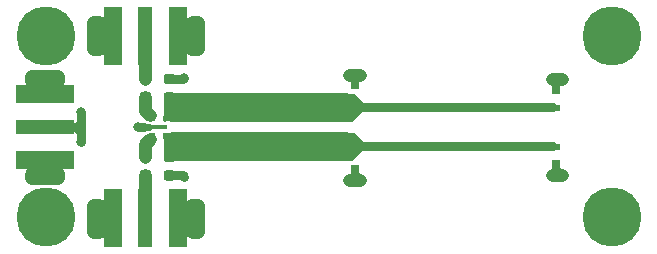
<source format=gtl>
G04 #@! TF.GenerationSoftware,KiCad,Pcbnew,5.1.10-88a1d61d58~88~ubuntu18.04.1*
G04 #@! TF.CreationDate,2021-09-29T07:56:17+02:00*
G04 #@! TF.ProjectId,rf_phase_shifter_2_45GHz,72665f70-6861-4736-955f-736869667465,1.0.0*
G04 #@! TF.SameCoordinates,Original*
G04 #@! TF.FileFunction,Copper,L1,Top*
G04 #@! TF.FilePolarity,Positive*
%FSLAX46Y46*%
G04 Gerber Fmt 4.6, Leading zero omitted, Abs format (unit mm)*
G04 Created by KiCad (PCBNEW 5.1.10-88a1d61d58~88~ubuntu18.04.1) date 2021-09-29 07:56:17*
%MOMM*%
%LPD*%
G01*
G04 APERTURE LIST*
G04 #@! TA.AperFunction,SMDPad,CuDef*
%ADD10R,0.700000X0.600000*%
G04 #@! TD*
G04 #@! TA.AperFunction,SMDPad,CuDef*
%ADD11R,0.330000X0.350000*%
G04 #@! TD*
G04 #@! TA.AperFunction,SMDPad,CuDef*
%ADD12R,5.000000X1.200000*%
G04 #@! TD*
G04 #@! TA.AperFunction,SMDPad,CuDef*
%ADD13R,5.000000X1.600000*%
G04 #@! TD*
G04 #@! TA.AperFunction,SMDPad,CuDef*
%ADD14R,1.200000X5.000000*%
G04 #@! TD*
G04 #@! TA.AperFunction,SMDPad,CuDef*
%ADD15R,1.600000X5.000000*%
G04 #@! TD*
G04 #@! TA.AperFunction,ViaPad*
%ADD16C,5.000000*%
G04 #@! TD*
G04 #@! TA.AperFunction,ViaPad*
%ADD17C,0.800000*%
G04 #@! TD*
G04 #@! TA.AperFunction,Conductor*
%ADD18C,1.099520*%
G04 #@! TD*
G04 #@! TA.AperFunction,Conductor*
%ADD19C,0.350000*%
G04 #@! TD*
G04 #@! TA.AperFunction,Conductor*
%ADD20C,0.250000*%
G04 #@! TD*
G04 #@! TA.AperFunction,Conductor*
%ADD21C,0.650000*%
G04 #@! TD*
G04 #@! TA.AperFunction,Conductor*
%ADD22C,0.500000*%
G04 #@! TD*
G04 #@! TA.AperFunction,Conductor*
%ADD23C,0.790000*%
G04 #@! TD*
G04 APERTURE END LIST*
D10*
X119227600Y-60577500D03*
X119227600Y-61977500D03*
G04 #@! TA.AperFunction,SMDPad,CuDef*
G36*
G01*
X109707000Y-60776500D02*
X109707000Y-60381500D01*
G75*
G02*
X109904500Y-60184000I197500J0D01*
G01*
X119055500Y-60184000D01*
G75*
G02*
X119253000Y-60381500I0J-197500D01*
G01*
X119253000Y-60776500D01*
G75*
G02*
X119055500Y-60974000I-197500J0D01*
G01*
X109904500Y-60974000D01*
G75*
G02*
X109707000Y-60776500I0J197500D01*
G01*
G37*
G04 #@! TD.AperFunction*
G04 #@! TA.AperFunction,SMDPad,CuDef*
G36*
G01*
X102161000Y-60776500D02*
X102161000Y-60381500D01*
G75*
G02*
X102358500Y-60184000I197500J0D01*
G01*
X111509500Y-60184000D01*
G75*
G02*
X111707000Y-60381500I0J-197500D01*
G01*
X111707000Y-60776500D01*
G75*
G02*
X111509500Y-60974000I-197500J0D01*
G01*
X102358500Y-60974000D01*
G75*
G02*
X102161000Y-60776500I0J197500D01*
G01*
G37*
G04 #@! TD.AperFunction*
G04 #@! TA.AperFunction,SMDPad,CuDef*
G36*
G01*
X109707000Y-57474500D02*
X109707000Y-57079500D01*
G75*
G02*
X109904500Y-56882000I197500J0D01*
G01*
X119055500Y-56882000D01*
G75*
G02*
X119253000Y-57079500I0J-197500D01*
G01*
X119253000Y-57474500D01*
G75*
G02*
X119055500Y-57672000I-197500J0D01*
G01*
X109904500Y-57672000D01*
G75*
G02*
X109707000Y-57474500I0J197500D01*
G01*
G37*
G04 #@! TD.AperFunction*
G04 #@! TA.AperFunction,SMDPad,CuDef*
G36*
G01*
X102161000Y-57474500D02*
X102161000Y-57079500D01*
G75*
G02*
X102358500Y-56882000I197500J0D01*
G01*
X111509500Y-56882000D01*
G75*
G02*
X111707000Y-57079500I0J-197500D01*
G01*
X111707000Y-57474500D01*
G75*
G02*
X111509500Y-57672000I-197500J0D01*
G01*
X102358500Y-57672000D01*
G75*
G02*
X102161000Y-57474500I0J197500D01*
G01*
G37*
G04 #@! TD.AperFunction*
G04 #@! TA.AperFunction,SMDPad,CuDef*
G36*
G01*
X93107000Y-61179000D02*
X93107000Y-59979000D01*
G75*
G02*
X93707000Y-59379000I600000J0D01*
G01*
X101567000Y-59379000D01*
G75*
G02*
X102167000Y-59979000I0J-600000D01*
G01*
X102167000Y-61179000D01*
G75*
G02*
X101567000Y-61779000I-600000J0D01*
G01*
X93707000Y-61779000D01*
G75*
G02*
X93107000Y-61179000I0J600000D01*
G01*
G37*
G04 #@! TD.AperFunction*
G04 #@! TA.AperFunction,SMDPad,CuDef*
G36*
G01*
X86047000Y-61179000D02*
X86047000Y-59979000D01*
G75*
G02*
X86647000Y-59379000I600000J0D01*
G01*
X94507000Y-59379000D01*
G75*
G02*
X95107000Y-59979000I0J-600000D01*
G01*
X95107000Y-61179000D01*
G75*
G02*
X94507000Y-61779000I-600000J0D01*
G01*
X86647000Y-61779000D01*
G75*
G02*
X86047000Y-61179000I0J600000D01*
G01*
G37*
G04 #@! TD.AperFunction*
G04 #@! TA.AperFunction,SMDPad,CuDef*
G36*
G01*
X93107000Y-57877000D02*
X93107000Y-56677000D01*
G75*
G02*
X93707000Y-56077000I600000J0D01*
G01*
X101567000Y-56077000D01*
G75*
G02*
X102167000Y-56677000I0J-600000D01*
G01*
X102167000Y-57877000D01*
G75*
G02*
X101567000Y-58477000I-600000J0D01*
G01*
X93707000Y-58477000D01*
G75*
G02*
X93107000Y-57877000I0J600000D01*
G01*
G37*
G04 #@! TD.AperFunction*
G04 #@! TA.AperFunction,SMDPad,CuDef*
G36*
G01*
X86047000Y-57877000D02*
X86047000Y-56677000D01*
G75*
G02*
X86647000Y-56077000I600000J0D01*
G01*
X94507000Y-56077000D01*
G75*
G02*
X95107000Y-56677000I0J-600000D01*
G01*
X95107000Y-57877000D01*
G75*
G02*
X94507000Y-58477000I-600000J0D01*
G01*
X86647000Y-58477000D01*
G75*
G02*
X86047000Y-57877000I0J600000D01*
G01*
G37*
G04 #@! TD.AperFunction*
D11*
X85103000Y-58278000D03*
X85103000Y-58928000D03*
X85103000Y-59578000D03*
X86093000Y-59578000D03*
X86093000Y-58928000D03*
X86093000Y-58278000D03*
D12*
X75967000Y-58928000D03*
D13*
X75967000Y-61698000D03*
X75967000Y-56158000D03*
D14*
X84455000Y-66654000D03*
D15*
X87225000Y-66654000D03*
X81685000Y-66654000D03*
D14*
X84455000Y-51202000D03*
D15*
X81685000Y-51202000D03*
X87225000Y-51202000D03*
G04 #@! TA.AperFunction,SMDPad,CuDef*
G36*
G01*
X86743250Y-61880000D02*
X86230750Y-61880000D01*
G75*
G02*
X86012000Y-61661250I0J218750D01*
G01*
X86012000Y-61223750D01*
G75*
G02*
X86230750Y-61005000I218750J0D01*
G01*
X86743250Y-61005000D01*
G75*
G02*
X86962000Y-61223750I0J-218750D01*
G01*
X86962000Y-61661250D01*
G75*
G02*
X86743250Y-61880000I-218750J0D01*
G01*
G37*
G04 #@! TD.AperFunction*
G04 #@! TA.AperFunction,SMDPad,CuDef*
G36*
G01*
X86743250Y-63455000D02*
X86230750Y-63455000D01*
G75*
G02*
X86012000Y-63236250I0J218750D01*
G01*
X86012000Y-62798750D01*
G75*
G02*
X86230750Y-62580000I218750J0D01*
G01*
X86743250Y-62580000D01*
G75*
G02*
X86962000Y-62798750I0J-218750D01*
G01*
X86962000Y-63236250D01*
G75*
G02*
X86743250Y-63455000I-218750J0D01*
G01*
G37*
G04 #@! TD.AperFunction*
G04 #@! TA.AperFunction,SMDPad,CuDef*
G36*
G01*
X86230750Y-55976000D02*
X86743250Y-55976000D01*
G75*
G02*
X86962000Y-56194750I0J-218750D01*
G01*
X86962000Y-56632250D01*
G75*
G02*
X86743250Y-56851000I-218750J0D01*
G01*
X86230750Y-56851000D01*
G75*
G02*
X86012000Y-56632250I0J218750D01*
G01*
X86012000Y-56194750D01*
G75*
G02*
X86230750Y-55976000I218750J0D01*
G01*
G37*
G04 #@! TD.AperFunction*
G04 #@! TA.AperFunction,SMDPad,CuDef*
G36*
G01*
X86230750Y-54401000D02*
X86743250Y-54401000D01*
G75*
G02*
X86962000Y-54619750I0J-218750D01*
G01*
X86962000Y-55057250D01*
G75*
G02*
X86743250Y-55276000I-218750J0D01*
G01*
X86230750Y-55276000D01*
G75*
G02*
X86012000Y-55057250I0J218750D01*
G01*
X86012000Y-54619750D01*
G75*
G02*
X86230750Y-54401000I218750J0D01*
G01*
G37*
G04 #@! TD.AperFunction*
D10*
X119227600Y-57278500D03*
X119227600Y-55878500D03*
X102158800Y-61022000D03*
X102158800Y-62422000D03*
X102171500Y-56834000D03*
X102171500Y-55434000D03*
G04 #@! TA.AperFunction,SMDPad,CuDef*
G36*
G01*
X84705000Y-61905000D02*
X84205000Y-61905000D01*
G75*
G02*
X83980000Y-61680000I0J225000D01*
G01*
X83980000Y-61230000D01*
G75*
G02*
X84205000Y-61005000I225000J0D01*
G01*
X84705000Y-61005000D01*
G75*
G02*
X84930000Y-61230000I0J-225000D01*
G01*
X84930000Y-61680000D01*
G75*
G02*
X84705000Y-61905000I-225000J0D01*
G01*
G37*
G04 #@! TD.AperFunction*
G04 #@! TA.AperFunction,SMDPad,CuDef*
G36*
G01*
X84705000Y-63455000D02*
X84205000Y-63455000D01*
G75*
G02*
X83980000Y-63230000I0J225000D01*
G01*
X83980000Y-62780000D01*
G75*
G02*
X84205000Y-62555000I225000J0D01*
G01*
X84705000Y-62555000D01*
G75*
G02*
X84930000Y-62780000I0J-225000D01*
G01*
X84930000Y-63230000D01*
G75*
G02*
X84705000Y-63455000I-225000J0D01*
G01*
G37*
G04 #@! TD.AperFunction*
G04 #@! TA.AperFunction,SMDPad,CuDef*
G36*
G01*
X84705000Y-55301000D02*
X84205000Y-55301000D01*
G75*
G02*
X83980000Y-55076000I0J225000D01*
G01*
X83980000Y-54626000D01*
G75*
G02*
X84205000Y-54401000I225000J0D01*
G01*
X84705000Y-54401000D01*
G75*
G02*
X84930000Y-54626000I0J-225000D01*
G01*
X84930000Y-55076000D01*
G75*
G02*
X84705000Y-55301000I-225000J0D01*
G01*
G37*
G04 #@! TD.AperFunction*
G04 #@! TA.AperFunction,SMDPad,CuDef*
G36*
G01*
X84705000Y-56851000D02*
X84205000Y-56851000D01*
G75*
G02*
X83980000Y-56626000I0J225000D01*
G01*
X83980000Y-56176000D01*
G75*
G02*
X84205000Y-55951000I225000J0D01*
G01*
X84705000Y-55951000D01*
G75*
G02*
X84930000Y-56176000I0J-225000D01*
G01*
X84930000Y-56626000D01*
G75*
G02*
X84705000Y-56851000I-225000J0D01*
G01*
G37*
G04 #@! TD.AperFunction*
D16*
X76073000Y-51181000D03*
X76073000Y-66548000D03*
X123952000Y-51181000D03*
X123952000Y-66548000D03*
D17*
X102616000Y-54483000D03*
X101727000Y-54483000D03*
X119761000Y-54864000D03*
X118872000Y-54864000D03*
X119761000Y-62992000D03*
X118872000Y-62992000D03*
X102616000Y-63373000D03*
X101727000Y-63373000D03*
X75946000Y-63246000D03*
X77089000Y-63246000D03*
X74803000Y-63246000D03*
X75946000Y-54610000D03*
X77089000Y-54610000D03*
X74803000Y-54610000D03*
X80010000Y-51181000D03*
X80010000Y-52324000D03*
X80010000Y-50038000D03*
X88900000Y-51181000D03*
X88900000Y-52324000D03*
X88900000Y-50038000D03*
X88900000Y-66675000D03*
X88900000Y-67818000D03*
X88900000Y-65532000D03*
X80010000Y-67818000D03*
X80010000Y-65532000D03*
X83820000Y-58928000D03*
X80010000Y-66675000D03*
X78994000Y-57658000D03*
X87757000Y-63119000D03*
X78994000Y-60198000D03*
X87757000Y-54737000D03*
D18*
X84455000Y-54851000D02*
X84455000Y-51202000D01*
X84836000Y-57912000D02*
X84455000Y-57531000D01*
X84455000Y-56401000D02*
X84455000Y-57531000D01*
X84455000Y-61455000D02*
X84455000Y-60351000D01*
X84455000Y-60351000D02*
X84455000Y-60325000D01*
X84455000Y-60325000D02*
X84836000Y-59944000D01*
X84455000Y-66654000D02*
X84455000Y-63005000D01*
D19*
X100584000Y-57277000D02*
X97637000Y-57277000D01*
X106934000Y-57277000D02*
X102489000Y-57277000D01*
X102614500Y-57277000D02*
X102171500Y-56834000D01*
X106934000Y-57277000D02*
X102614500Y-57277000D01*
X106934000Y-57277000D02*
X103124000Y-57277000D01*
X103124000Y-57277000D02*
X102108000Y-56261000D01*
X102108000Y-56261000D02*
X101673498Y-56261000D01*
X102235000Y-58039000D02*
X102235000Y-57531000D01*
X102997000Y-57277000D02*
X102235000Y-58039000D01*
X106934000Y-57277000D02*
X102997000Y-57277000D01*
X102235000Y-57531000D02*
X101981000Y-57785000D01*
X102489000Y-57277000D02*
X102235000Y-57531000D01*
X102997000Y-57277000D02*
X101981000Y-58293000D01*
X98653000Y-58293000D02*
X97637000Y-57277000D01*
X101981000Y-58293000D02*
X98653000Y-58293000D01*
D20*
X84344445Y-59197240D02*
X84090445Y-59197240D01*
D19*
X84074000Y-58928000D02*
X83820000Y-58928000D01*
X84989000Y-58928000D02*
X85979000Y-58928000D01*
D18*
X101727000Y-54483000D02*
X102616000Y-54483000D01*
X101727000Y-63373000D02*
X102616000Y-63373000D01*
X118872000Y-62992000D02*
X119761000Y-62992000D01*
X118872000Y-54864000D02*
X119761000Y-54864000D01*
D21*
X119227600Y-62636400D02*
X118872000Y-62992000D01*
X119227600Y-62458600D02*
X119761000Y-62992000D01*
X119227600Y-62103000D02*
X119227600Y-62584100D01*
X119227600Y-62103000D02*
X119227600Y-62761900D01*
X119227600Y-55397400D02*
X119761000Y-54864000D01*
X119227600Y-55766450D02*
X119227600Y-55285350D01*
X119227600Y-55219600D02*
X118872000Y-54864000D01*
X119227600Y-55753000D02*
X119227600Y-55094100D01*
X102158800Y-62915800D02*
X102616000Y-63373000D01*
X102158800Y-62476900D02*
X102158800Y-62970700D01*
X102158800Y-62941200D02*
X101727000Y-63373000D01*
X102158800Y-62489600D02*
X102158800Y-63008800D01*
X102171500Y-54927500D02*
X101727000Y-54483000D01*
X102171500Y-55372000D02*
X102171500Y-54865500D01*
X102171500Y-54927500D02*
X102616000Y-54483000D01*
D18*
X88900000Y-67818000D02*
X88900000Y-65532000D01*
X80010000Y-65532000D02*
X80010000Y-67310000D01*
X80010000Y-67310000D02*
X80010000Y-67818000D01*
X80031000Y-66654000D02*
X80010000Y-66675000D01*
X81685000Y-66654000D02*
X80031000Y-66654000D01*
X80563000Y-65532000D02*
X81685000Y-66654000D01*
X80010000Y-65532000D02*
X80563000Y-65532000D01*
X80521000Y-67818000D02*
X81685000Y-66654000D01*
X80010000Y-67818000D02*
X80521000Y-67818000D01*
X88347000Y-65532000D02*
X87225000Y-66654000D01*
X88900000Y-65532000D02*
X88347000Y-65532000D01*
X87246000Y-66675000D02*
X87225000Y-66654000D01*
X88900000Y-66675000D02*
X87246000Y-66675000D01*
X88389000Y-67818000D02*
X87225000Y-66654000D01*
X88900000Y-67818000D02*
X88389000Y-67818000D01*
X74803000Y-63246000D02*
X77089000Y-63246000D01*
X75946000Y-61719000D02*
X75967000Y-61698000D01*
X75946000Y-63246000D02*
X75946000Y-61719000D01*
X74803000Y-62862000D02*
X75967000Y-61698000D01*
X74803000Y-63246000D02*
X74803000Y-62862000D01*
X77089000Y-62820000D02*
X75967000Y-61698000D01*
X77089000Y-63246000D02*
X77089000Y-62820000D01*
X75946000Y-56137000D02*
X75967000Y-56158000D01*
X75946000Y-54610000D02*
X75946000Y-56137000D01*
X77089000Y-55036000D02*
X75967000Y-56158000D01*
X77089000Y-54610000D02*
X77089000Y-55036000D01*
X77089000Y-54610000D02*
X74803000Y-54610000D01*
X74803000Y-54994000D02*
X75967000Y-56158000D01*
X74803000Y-54610000D02*
X74803000Y-54994000D01*
X80010000Y-50038000D02*
X80010000Y-52324000D01*
X80563000Y-52324000D02*
X81685000Y-51202000D01*
X80010000Y-52324000D02*
X80563000Y-52324000D01*
X81664000Y-51181000D02*
X81685000Y-51202000D01*
X80010000Y-51181000D02*
X81664000Y-51181000D01*
X80521000Y-50038000D02*
X81685000Y-51202000D01*
X80010000Y-50038000D02*
X80521000Y-50038000D01*
X87246000Y-51181000D02*
X87225000Y-51202000D01*
X88900000Y-51181000D02*
X87246000Y-51181000D01*
X88389000Y-50038000D02*
X87225000Y-51202000D01*
X88900000Y-50038000D02*
X88389000Y-50038000D01*
X88347000Y-52324000D02*
X87225000Y-51202000D01*
X88900000Y-52324000D02*
X88347000Y-52324000D01*
X88900000Y-50038000D02*
X88900000Y-52324000D01*
D19*
X84582000Y-58928000D02*
X84074000Y-58928000D01*
D20*
X84963000Y-58928000D02*
X84821768Y-58786768D01*
X85103000Y-58928000D02*
X84963000Y-58928000D01*
X84709000Y-58899536D02*
X84821768Y-58786768D01*
X84709000Y-58928000D02*
X84709000Y-58899536D01*
D19*
X85103000Y-58928000D02*
X84709000Y-58928000D01*
X84709000Y-58928000D02*
X84582000Y-58928000D01*
D20*
X84374284Y-58786768D02*
X84233052Y-58928000D01*
X84694768Y-58786768D02*
X84473658Y-58786768D01*
X84821768Y-58786768D02*
X84694768Y-58786768D01*
X84694768Y-58786768D02*
X84374284Y-58786768D01*
X84473658Y-58786768D02*
X84344445Y-58657555D01*
X85090000Y-58928000D02*
X84989000Y-58928000D01*
X85103000Y-58928000D02*
X85090000Y-58928000D01*
X84709000Y-58928000D02*
X84709000Y-59055000D01*
X84836000Y-59055000D02*
X84963000Y-58928000D01*
X84709000Y-59055000D02*
X84836000Y-59055000D01*
X84709000Y-58928000D02*
X84233052Y-58928000D01*
X84090445Y-58657555D02*
X83820000Y-58928000D01*
X84344445Y-58657555D02*
X84090445Y-58657555D01*
X83820000Y-58928000D02*
X83820000Y-59055000D01*
X84487890Y-59055000D02*
X84836000Y-59055000D01*
X84360890Y-59182000D02*
X84487890Y-59055000D01*
X83947000Y-59182000D02*
X84360890Y-59182000D01*
X83820000Y-59055000D02*
X83947000Y-59182000D01*
D22*
X84277200Y-58928000D02*
X84582000Y-58928000D01*
X83820000Y-58928000D02*
X84277200Y-58928000D01*
D23*
X83820000Y-58928000D02*
X84233052Y-58928000D01*
D19*
X106934000Y-60579000D02*
X102997000Y-60579000D01*
X106934000Y-60579000D02*
X103124000Y-60579000D01*
X98653000Y-59563000D02*
X97637000Y-60579000D01*
X106934000Y-60579000D02*
X102743000Y-60579000D01*
X102298500Y-60134500D02*
X102298500Y-59753500D01*
X102743000Y-60579000D02*
X102298500Y-60134500D01*
X102298500Y-59753500D02*
X102108000Y-59563000D01*
X103124000Y-60579000D02*
X102298500Y-59753500D01*
X102489000Y-60579000D02*
X97637000Y-60579000D01*
X97637000Y-60579000D02*
X101854000Y-60579000D01*
X101854000Y-60579000D02*
X102298500Y-60134500D01*
X97637000Y-60579000D02*
X100457000Y-60579000D01*
X102870000Y-60579000D02*
X102489000Y-60579000D01*
X106934000Y-60579000D02*
X102870000Y-60579000D01*
X102997000Y-60579000D02*
X101981000Y-61595000D01*
X98653000Y-61595000D02*
X97637000Y-60579000D01*
X101981000Y-61595000D02*
X98653000Y-61595000D01*
X100584000Y-60579000D02*
X101600000Y-59563000D01*
X97637000Y-60579000D02*
X100584000Y-60579000D01*
X101600000Y-59563000D02*
X98653000Y-59563000D01*
X102108000Y-59563000D02*
X101600000Y-59563000D01*
D23*
X87655500Y-63017500D02*
X87757000Y-63119000D01*
X86487000Y-63017500D02*
X87655500Y-63017500D01*
X75967000Y-58928000D02*
X78613000Y-58928000D01*
X78994000Y-58547000D02*
X78994000Y-57658000D01*
X78613000Y-58928000D02*
X78994000Y-58547000D01*
X78994000Y-57658000D02*
X78994000Y-60198000D01*
X78994000Y-59309000D02*
X78613000Y-58928000D01*
X78994000Y-60198000D02*
X78994000Y-59309000D01*
X87655500Y-54838500D02*
X87757000Y-54737000D01*
X86487000Y-54838500D02*
X87655500Y-54838500D01*
D19*
X119226100Y-57277000D02*
X119227600Y-57278500D01*
X114480000Y-57277000D02*
X119226100Y-57277000D01*
X114480000Y-60579000D02*
X118211600Y-60579000D01*
X119226100Y-60579000D02*
X119227600Y-60577500D01*
X114480000Y-60579000D02*
X119226100Y-60579000D01*
X89576000Y-59578000D02*
X90577000Y-60579000D01*
X86106000Y-59578000D02*
X89589000Y-59578000D01*
X86106000Y-59578000D02*
X86106000Y-59804000D01*
X86868000Y-60579000D02*
X90577000Y-60579000D01*
X86106000Y-59804000D02*
X86881000Y-60579000D01*
X86106000Y-58039000D02*
X86881000Y-57264000D01*
X86106000Y-58054000D02*
X86106000Y-58280000D01*
X89576000Y-58278000D02*
X90577000Y-57277000D01*
X86106000Y-58278000D02*
X89589000Y-58278000D01*
M02*

</source>
